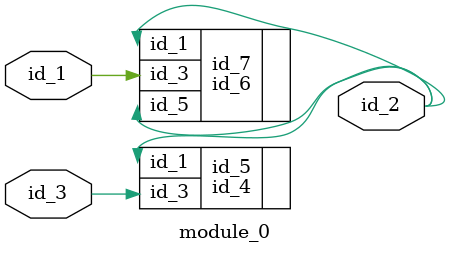
<source format=v>
module module_0 (
    id_1,
    id_2,
    id_3
);
  input id_3;
  output id_2;
  input id_1;
  id_4 id_5 (
      .id_1(id_3),
      .id_1(id_2),
      .id_3(id_3)
  );
  id_6 id_7 (
      .id_3(id_3),
      .id_1(id_2),
      .id_5(id_5),
      .id_3(id_5),
      .id_5(id_2),
      .id_3(id_1)
  );
  id_8 id_9 (
      .id_5(id_5),
      .id_5(id_7)
  );
endmodule

</source>
